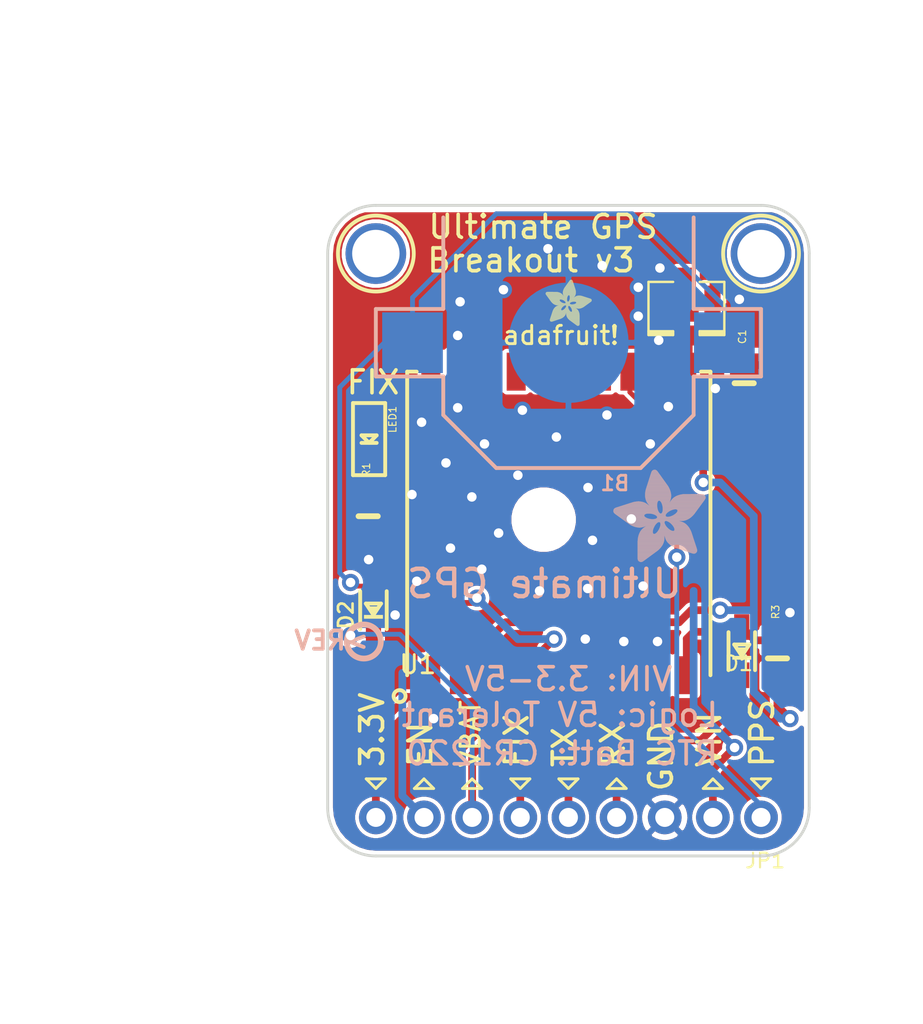
<source format=kicad_pcb>
(kicad_pcb (version 20171130) (host pcbnew "(5.0.0-3-g5ebb6b6)")
  (layers (0 Top signal) (1 In1.Cu power) (2 In2.Cu power) (31 Bottom signal) (34 B.Paste user) (35 F.Paste user) (36 B.SilkS user) (37 F.SilkS user) (38 B.Mask user) (39 F.Mask user) (44 Edge.Cuts user))
  (net 0 "")
  (net 1 GND)
  (net 2 3.3V)
  (net 3 VIN)
  (net 4 "Net-(U1-PadP$20)")
  (net 5 "Net-(U1-PadP$18)")
  (net 6 "Net-(U1-PadP$17)")
  (net 7 "Net-(U1-PadP$16)")
  (net 8 "Net-(U1-PadP$15)")
  (net 9 "Net-(U1-PadP$14)")
  (net 10 /1PPS)
  (net 11 "Net-(U$20-PadP$3)")
  (net 12 /RX_3V)
  (net 13 /TX)
  (net 14 "Net-(U1-PadP$7)")
  (net 15 "Net-(U1-PadP$6)")
  (net 16 /FIX)
  (net 17 /VBACKUP)
  (net 18 "Net-(U1-PadP$2)")
  (net 19 /ENABLE)
  (net 20 "Net-(LED1-PadC)")
  (net 21 /RX)
  (net 22 "Net-(B1-Pad+$1)")
  (module "Adafruit Ultimate GPS:FGPMMOPA6H" (layer Top) (at 147.9931 104.6226 90)
    (fp_text reference U1 (at -8 -8.5) (layer F.SilkS) (effects (font (size 0.9652 0.9652) (thickness 0.14478)) (justify left bottom)))
    (fp_text value FGPMMOPA6H)
    (pad "" np_thru_hole circle (at 0.2 -0.8 90) (size 3 3) (drill 3) (layers *.Cu))
    (pad P$20 smd rect (at 8 -6.75 270) (size 2 1) (layers Top F.Paste F.Mask) (net 4 "Net-(U1-PadP$20)"))
    (pad P$19 smd rect (at 8 -5.25 270) (size 2 1) (layers Top F.Paste F.Mask) (net 1 GND))
    (pad P$18 smd rect (at 8 -3.75 270) (size 2 1) (layers Top F.Paste F.Mask) (net 5 "Net-(U1-PadP$18)"))
    (pad P$17 smd rect (at 8 -2.25 270) (size 2 1) (layers Top F.Paste F.Mask) (net 6 "Net-(U1-PadP$17)"))
    (pad P$16 smd rect (at 8 -0.75 270) (size 2 1) (layers Top F.Paste F.Mask) (net 7 "Net-(U1-PadP$16)"))
    (pad P$15 smd rect (at 8 0.75 270) (size 2 1) (layers Top F.Paste F.Mask) (net 8 "Net-(U1-PadP$15)"))
    (pad P$14 smd rect (at 8 2.25 270) (size 2 1) (layers Top F.Paste F.Mask) (net 9 "Net-(U1-PadP$14)"))
    (pad P$13 smd rect (at 8 3.75 270) (size 2 1) (layers Top F.Paste F.Mask) (net 10 /1PPS))
    (pad P$12 smd rect (at 8 5.25 270) (size 2 1) (layers Top F.Paste F.Mask) (net 1 GND))
    (pad P$11 smd rect (at 8 6.75 270) (size 2 1) (layers Top F.Paste F.Mask) (net 11 "Net-(U$20-PadP$3)"))
    (pad P$10 smd rect (at -8 6.75 90) (size 2 1) (layers Top F.Paste F.Mask) (net 12 /RX_3V))
    (pad P$9 smd rect (at -8 5.25 90) (size 2 1) (layers Top F.Paste F.Mask) (net 13 /TX))
    (pad P$8 smd rect (at -8 3.75 90) (size 2 1) (layers Top F.Paste F.Mask) (net 1 GND))
    (pad P$7 smd rect (at -8 2.25 90) (size 2 1) (layers Top F.Paste F.Mask) (net 14 "Net-(U1-PadP$7)"))
    (pad P$6 smd rect (at -8 0.75 90) (size 2 1) (layers Top F.Paste F.Mask) (net 15 "Net-(U1-PadP$6)"))
    (pad P$5 smd rect (at -8 -0.75 90) (size 2 1) (layers Top F.Paste F.Mask) (net 16 /FIX))
    (pad P$4 smd rect (at -8 -2.25 90) (size 2 1) (layers Top F.Paste F.Mask) (net 17 /VBACKUP))
    (pad P$3 smd rect (at -8 -3.75 90) (size 2 1) (layers Top F.Paste F.Mask) (net 1 GND))
    (pad P$2 smd rect (at -8 -5.25 90) (size 2 1) (layers Top F.Paste F.Mask) (net 18 "Net-(U1-PadP$2)"))
    (pad P$1 smd rect (at -8 -6.75 90) (size 2 1) (layers Top F.Paste F.Mask) (net 2 3.3V))
  )
  (module "Adafruit Ultimate GPS:CHIPLED_0805" (layer Top) (at 137.9841 100.1776 180)
    (fp_text reference LED1 (at -1.016 1.778 90) (layer F.SilkS) (effects (font (size 0.38608 0.38608) (thickness 0.057912)) (justify right top)))
    (fp_text value RED)
    (pad A smd rect (at 0 1.05 180) (size 1.2 1.2) (layers Top F.Paste F.Mask) (net 16 /FIX))
    (pad C smd rect (at 0 -1.05 180) (size 1.2 1.2) (layers Top F.Paste F.Mask) (net 20 "Net-(LED1-PadC)"))
  )
  (module "Adafruit Ultimate GPS:0805-NO" (layer Top) (at 137.9361 104.2416 90)
    (fp_text reference R1 (at 2.032 0.127 90) (layer F.SilkS) (effects (font (size 0.38608 0.38608) (thickness 0.057912)) (justify left bottom)))
    (fp_text value 1K)
    (pad 2 smd rect (at 0.95 0 90) (size 1.24 1.5) (layers Top F.Paste F.Mask) (net 20 "Net-(LED1-PadC)"))
    (pad 1 smd rect (at -0.95 0 90) (size 1.24 1.5) (layers Top F.Paste F.Mask) (net 1 GND))
  )
  (module "Adafruit Ultimate GPS:0805-NO" (layer Top) (at 157.7721 97.2326 90)
    (fp_text reference C1 (at 2.032 0.127 90) (layer F.SilkS) (effects (font (size 0.38608 0.38608) (thickness 0.057912)) (justify left bottom)))
    (fp_text value 0.1uF)
    (pad 2 smd rect (at 0.95 0 90) (size 1.24 1.5) (layers Top F.Paste F.Mask) (net 1 GND))
    (pad 1 smd rect (at -0.95 0 90) (size 1.24 1.5) (layers Top F.Paste F.Mask) (net 2 3.3V))
  )
  (module "Adafruit Ultimate GPS:MOUNTINGHOLE_2.5_PLATED" (layer Top) (at 138.3411 90.3986)
    (fp_text reference U$8 hide)
    (fp_text value MOUNTINGHOLE2.5 hide)
    (pad P$1 thru_hole circle (at 0 0) (size 3.2 3.2) (drill 2.5) (layers *.Cu *.Mask))
  )
  (module "Adafruit Ultimate GPS:MOUNTINGHOLE_2.5_PLATED" (layer Top) (at 158.6611 90.3986)
    (fp_text reference U$9 hide)
    (fp_text value MOUNTINGHOLE2.5 hide)
    (pad P$1 thru_hole circle (at 0 0) (size 3.2 3.2) (drill 2.5) (layers *.Cu *.Mask))
  )
  (module "Adafruit Ultimate GPS:SOD-323" (layer Top) (at 157.6451 111.3536 90)
    (fp_text reference D1 (at -1.1 -1) (layer F.SilkS) (effects (font (size 0.77216 0.77216) (thickness 0.115824)) (justify left bottom)))
    (fp_text value 1N4148)
    (pad A smd rect (at 1.27 0 90) (size 1.35 0.8) (layers Top F.Paste F.Mask) (net 12 /RX_3V))
    (pad C smd rect (at -1.27 0 90) (size 1.35 0.8) (layers Top F.Paste F.Mask) (net 21 /RX))
  )
  (module "Adafruit Ultimate GPS:0805-NO" (layer Top) (at 159.5261 111.7346 90)
    (fp_text reference R3 (at 2.032 0.127 90) (layer F.SilkS) (effects (font (size 0.38608 0.38608) (thickness 0.057912)) (justify left bottom)))
    (fp_text value 10K)
    (pad 2 smd rect (at 0.95 0 90) (size 1.24 1.5) (layers Top F.Paste F.Mask) (net 12 /RX_3V))
    (pad 1 smd rect (at -0.95 0 90) (size 1.24 1.5) (layers Top F.Paste F.Mask) (net 2 3.3V))
  )
  (module "Adafruit Ultimate GPS:CR1220" (layer Bottom) (at 148.5011 95.0976 180)
    (fp_text reference B1 (at -3.302 -7.86 180) (layer B.SilkS) (effects (font (size 0.77216 0.77216) (thickness 0.146304)) (justify left bottom mirror)))
    (fp_text value CR1220)
    (pad +$2 smd rect (at 8.2254 0 180) (size 3.2 3.2) (layers Bottom B.Paste B.Mask) (net 22 "Net-(B1-Pad+$1)"))
    (pad +$1 smd rect (at -8.2254 0 180) (size 3.2 3.2) (layers Bottom B.Paste B.Mask) (net 22 "Net-(B1-Pad+$1)"))
    (pad - smd roundrect (at 0 0 180) (size 6.35 6.35) (layers Bottom B.Mask) (roundrect_rratio 0.5) (net 1 GND))
  )
  (module "Adafruit Ultimate GPS:FIDUCIAL_1MM" (layer Top) (at 159.9311 93.3831)
    (fp_text reference FID1 hide)
    (fp_text value FIDUCIAL"" hide)
    (pad 1 smd roundrect (at 0 0) (size 1 1) (layers Top F.Mask) (roundrect_rratio 0.5))
  )
  (module "Adafruit Ultimate GPS:FIDUCIAL_1MM" (layer Top) (at 137.8561 112.5151)
    (fp_text reference FID2 hide)
    (fp_text value FIDUCIAL"" hide)
    (pad 1 smd roundrect (at 0 0) (size 1 1) (layers Top F.Mask) (roundrect_rratio 0.5))
  )
  (module "Adafruit Ultimate GPS:ADAFRUIT_2.5MM" (layer Top) (at 147.2946 94.2086)
    (fp_text reference U$15 hide)
    (fp_text value "" hide)
  )
  (module "Adafruit Ultimate GPS:U.FL" (layer Top) (at 154.7241 93.1926 270)
    (fp_text reference U$20 hide)
    (fp_text value U.FL hide)
    (pad P$4 smd rect (at -1.525 0 270) (size 1.05 1) (layers Top F.Paste F.Mask))
    (pad P$3 smd rect (at 1.525 0 270) (size 1.05 1) (layers Top F.Paste F.Mask) (net 11 "Net-(U$20-PadP$3)"))
    (pad P$2 smd rect (at 0 1.375 270) (size 2.2 0.85) (layers Top F.Paste F.Mask) (net 1 GND))
    (pad P$1 smd rect (at 0 -1.375 270) (size 2.2 0.85) (layers Top F.Paste F.Mask) (net 1 GND))
  )
  (module "Adafruit Ultimate GPS:1X09_ROUND_70" (layer Top) (at 148.5011 120.1166 180)
    (fp_text reference JP1 (at -11.5062 -1.8288) (layer F.SilkS) (effects (font (size 0.77216 0.77216) (thickness 0.115824)) (justify right top)))
    (fp_text value HEADER-1X970MIL)
    (pad 9 thru_hole circle (at 10.16 0 270) (size 1.778 1.778) (drill 1) (layers *.Cu *.Mask) (net 2 3.3V))
    (pad 8 thru_hole circle (at 7.62 0 270) (size 1.778 1.778) (drill 1) (layers *.Cu *.Mask) (net 19 /ENABLE))
    (pad 7 thru_hole circle (at 5.08 0 270) (size 1.778 1.778) (drill 1) (layers *.Cu *.Mask) (net 17 /VBACKUP))
    (pad 6 thru_hole circle (at 2.54 0 270) (size 1.778 1.778) (drill 1) (layers *.Cu *.Mask) (net 16 /FIX))
    (pad 5 thru_hole circle (at 0 0 270) (size 1.778 1.778) (drill 1) (layers *.Cu *.Mask) (net 13 /TX))
    (pad 4 thru_hole circle (at -2.54 0 270) (size 1.778 1.778) (drill 1) (layers *.Cu *.Mask) (net 21 /RX))
    (pad 3 thru_hole circle (at -5.08 0 270) (size 1.778 1.778) (drill 1) (layers *.Cu *.Mask) (net 1 GND))
    (pad 2 thru_hole circle (at -7.62 0 270) (size 1.778 1.778) (drill 1) (layers *.Cu *.Mask) (net 3 VIN))
    (pad 1 thru_hole circle (at -10.16 0 270) (size 1.778 1.778) (drill 1) (layers *.Cu *.Mask) (net 10 /1PPS))
  )
  (module "Adafruit Ultimate GPS:PCBFEAT-REV-040" (layer Bottom) (at 137.7061 110.8456 180)
    (fp_text reference U$16 hide)
    (fp_text value "" hide)
    (fp_text user >REV (at -0.3556 -0.508 180) (layer B.SilkS) (effects (font (size 0.9652 0.9652) (thickness 0.2032)) (justify left bottom mirror)))
  )
  (module "Adafruit Ultimate GPS:ADAFRUIT_5MM" (layer Bottom) (at 155.7401 106.6546 180)
    (fp_text reference U$18 hide)
    (fp_text value "" hide)
  )
  (module "Adafruit Ultimate GPS:SOD-323" (layer Top) (at 138.2141 109.1946 90)
    (fp_text reference D2 (at -1.1 -1 90) (layer F.SilkS) (effects (font (size 0.77216 0.77216) (thickness 0.138988)) (justify left bottom)))
    (fp_text value CUS520)
    (pad A smd rect (at 1.27 0 90) (size 1.35 0.8) (layers Top F.Paste F.Mask) (net 22 "Net-(B1-Pad+$1)"))
    (pad C smd rect (at -1.27 0 90) (size 1.35 0.8) (layers Top F.Paste F.Mask) (net 17 /VBACKUP))
  )
  (gr_line (start 155.6131 118.5926) (end 156.6291 118.5926) (layer F.SilkS) (width 0.15))
  (gr_line (start 156.6291 118.5926) (end 156.1211 118.0846) (layer F.SilkS) (width 0.15))
  (gr_line (start 156.1211 118.0846) (end 155.6131 118.5926) (layer F.SilkS) (width 0.15))
  (gr_line (start 138.8491 118.0846) (end 137.8331 118.0846) (layer F.SilkS) (width 0.15))
  (gr_line (start 137.8331 118.0846) (end 138.3411 118.5926) (layer F.SilkS) (width 0.15))
  (gr_line (start 138.3411 118.5926) (end 138.8491 118.0846) (layer F.SilkS) (width 0.15))
  (gr_line (start 142.9131 118.5926) (end 143.9291 118.5926) (layer F.SilkS) (width 0.15))
  (gr_line (start 143.9291 118.5926) (end 143.4211 118.0846) (layer F.SilkS) (width 0.15))
  (gr_line (start 143.4211 118.0846) (end 142.9131 118.5926) (layer F.SilkS) (width 0.15))
  (gr_line (start 149.0091 118.0846) (end 147.9931 118.0846) (layer F.SilkS) (width 0.15))
  (gr_line (start 147.9931 118.0846) (end 148.5011 118.5926) (layer F.SilkS) (width 0.15))
  (gr_line (start 148.5011 118.5926) (end 149.0091 118.0846) (layer F.SilkS) (width 0.15))
  (gr_line (start 150.5331 118.5926) (end 151.5491 118.5926) (layer F.SilkS) (width 0.15))
  (gr_line (start 151.5491 118.5926) (end 151.0411 118.0846) (layer F.SilkS) (width 0.15))
  (gr_line (start 151.0411 118.0846) (end 150.5331 118.5926) (layer F.SilkS) (width 0.15))
  (gr_line (start 140.3731 118.5926) (end 141.3891 118.5926) (layer F.SilkS) (width 0.15))
  (gr_line (start 141.3891 118.5926) (end 140.8811 118.0846) (layer F.SilkS) (width 0.15))
  (gr_line (start 140.8811 118.0846) (end 140.3731 118.5926) (layer F.SilkS) (width 0.15))
  (gr_line (start 146.4691 118.0846) (end 145.4531 118.0846) (layer F.SilkS) (width 0.15))
  (gr_line (start 145.4531 118.0846) (end 145.9611 118.5926) (layer F.SilkS) (width 0.15))
  (gr_line (start 145.9611 118.5926) (end 146.4691 118.0846) (layer F.SilkS) (width 0.15))
  (gr_line (start 135.8011 119.6086) (end 135.8011 90.3986) (layer Edge.Cuts) (width 0.15))
  (gr_arc (start 138.3411 90.3986) (end 135.8011 90.3986) (angle 90) (layer Edge.Cuts) (width 0.15))
  (gr_line (start 138.3411 87.8586) (end 158.6611 87.8586) (layer Edge.Cuts) (width 0.15))
  (gr_arc (start 158.6611 90.3986) (end 158.6611 87.8586) (angle 90) (layer Edge.Cuts) (width 0.15))
  (gr_line (start 161.2011 90.3986) (end 161.2011 119.6086) (layer Edge.Cuts) (width 0.15))
  (gr_arc (start 158.6611 119.6086) (end 161.2011 119.6086) (angle 90) (layer Edge.Cuts) (width 0.15))
  (gr_line (start 158.6611 122.1486) (end 138.3411 122.1486) (layer Edge.Cuts) (width 0.15))
  (gr_arc (start 138.3411 119.6086) (end 138.3411 122.1486) (angle 90) (layer Edge.Cuts) (width 0.15))
  (gr_line (start 159.1691 118.0846) (end 158.1531 118.0846) (layer F.SilkS) (width 0.15))
  (gr_line (start 158.1531 118.0846) (end 158.6611 118.5926) (layer F.SilkS) (width 0.15))
  (gr_line (start 158.6611 118.5926) (end 159.1691 118.0846) (layer F.SilkS) (width 0.15))
  (gr_text VIN (at 156.6291 117.5766 90) (layer F.SilkS) (effects (font (size 1.2065 1.2065) (thickness 0.1905)) (justify left bottom)))
  (gr_text 3.3V (at 138.8491 117.5766 90) (layer F.SilkS) (effects (font (size 1.2065 1.2065) (thickness 0.1905)) (justify left bottom)))
  (gr_text GND (at 154.0891 118.8466 90) (layer F.SilkS) (effects (font (size 1.2065 1.2065) (thickness 0.1905)) (justify left bottom)))
  (gr_text VBAT (at 143.9291 117.5766 90) (layer F.SilkS) (effects (font (size 1.01346 1.01346) (thickness 0.16002)) (justify left bottom)))
  (gr_text TX (at 149.0091 117.5766 90) (layer F.SilkS) (effects (font (size 1.2065 1.2065) (thickness 0.1905)) (justify left bottom)))
  (gr_text RX (at 151.5491 117.5766 90) (layer F.SilkS) (effects (font (size 1.2065 1.2065) (thickness 0.1905)) (justify left bottom)))
  (gr_text EN (at 141.3891 117.5766 90) (layer F.SilkS) (effects (font (size 1.2065 1.2065) (thickness 0.1905)) (justify left bottom)))
  (gr_text FIX (at 146.4691 117.5766 90) (layer F.SilkS) (effects (font (size 1.2065 1.2065) (thickness 0.1905)) (justify left bottom)))
  (gr_text "Breakout v3" (at 140.9446 91.4621) (layer F.SilkS) (effects (font (size 1.2065 1.2065) (thickness 0.1905)) (justify left bottom)))
  (gr_text adafruit! (at 144.9451 95.2721) (layer F.SilkS) (effects (font (size 0.9652 0.9652) (thickness 0.1524)) (justify left bottom)))
  (gr_text "VIN: 3.3-5V" (at 154.0891 113.5366) (layer B.SilkS) (effects (font (size 1.2065 1.2065) (thickness 0.1905)) (justify left bottom mirror)))
  (gr_text "Logic: 5V Tolerant" (at 156.5021 115.4176) (layer B.SilkS) (effects (font (size 1.2065 1.2065) (thickness 0.1905)) (justify left bottom mirror)))
  (gr_text "RTC Batt: CR1220" (at 156.5021 117.4496) (layer B.SilkS) (effects (font (size 1.2065 1.2065) (thickness 0.1905)) (justify left bottom mirror)))
  (gr_text FIX (at 136.6901 97.8916) (layer F.SilkS) (effects (font (size 1.2065 1.2065) (thickness 0.1905)) (justify left bottom)))
  (gr_text PPS (at 159.4231 117.5766 90) (layer F.SilkS) (effects (font (size 1.2065 1.2065) (thickness 0.1905)) (justify left bottom)))
  (gr_text "Ultimate GPS" (at 141.0081 89.7001) (layer F.SilkS) (effects (font (size 1.2065 1.2065) (thickness 0.1905)) (justify left bottom)))
  (gr_text "Ultimate GPS" (at 147.2311 107.7976) (layer B.SilkS) (effects (font (size 1.4478 1.4478) (thickness 0.2286)) (justify mirror)))
  (segment (start 154.8 103.4) (end 154.8 103.6) (width 0.25) (layer Top) (net 0))
  (segment (start 154.8 103.6) (end 156 104.8) (width 0.25) (layer Top) (net 0))
  (segment (start 145.9611 120.1166) (end 145.9611 116.0526) (width 0.4064) (layer Top) (net 16))
  (segment (start 145.9611 116.0526) (end 147.2431 114.7706) (width 0.4064) (layer Top) (net 16))
  (segment (start 138.0771 99.0346) (end 137.9841 99.1276) (width 0.4064) (layer Top) (net 16))
  (via (at 147.7391 110.7186) (size 0.9064) (drill 0.5) (layers Top Bottom) (net 16))
  (via (at 143.6751 108.5596) (size 0.9064) (drill 0.5) (layers Top Bottom) (net 16))
  (segment (start 147.2431 114.7706) (end 147.2431 112.6226) (width 0.4064) (layer Top) (net 16))
  (segment (start 147.2431 112.6226) (end 147.2431 111.2146) (width 0.4064) (layer Top) (net 16))
  (segment (start 143.6751 108.5596) (end 145.8341 110.7186) (width 0.4064) (layer Bottom) (net 16))
  (segment (start 145.8341 110.7186) (end 147.7391 110.7186) (width 0.4064) (layer Bottom) (net 16))
  (segment (start 147.2431 111.2146) (end 147.7391 110.7186) (width 0.4064) (layer Top) (net 16))
  (segment (start 138.0771 99.0346) (end 138.8491 99.0346) (width 0.3048) (layer Top) (net 16))
  (segment (start 138.8491 99.0346) (end 139.2301 99.4156) (width 0.3048) (layer Top) (net 16))
  (segment (start 139.2301 99.4156) (end 139.2301 108.0516) (width 0.3048) (layer Top) (net 16))
  (segment (start 139.2301 108.0516) (end 139.9921 108.8136) (width 0.3048) (layer Top) (net 16))
  (segment (start 139.9921 108.8136) (end 143.4211 108.8136) (width 0.3048) (layer Top) (net 16))
  (segment (start 143.4211 108.8136) (end 143.6751 108.5596) (width 0.3048) (layer Top) (net 16))
  (segment (start 137.9841 103.2436) (end 137.9841 101.2276) (width 0.4064) (layer Top) (net 20))
  (segment (start 137.9361 103.2916) (end 137.9841 103.2436) (width 0.4064) (layer Top) (net 20))
  (segment (start 159.8041 94.9706) (end 159.8041 94.8436) (width 0.4064) (layer Bottom) (net 1))
  (segment (start 157.7721 96.2826) (end 159.7561 96.2826) (width 0.4064) (layer Top) (net 1))
  (segment (start 159.7561 96.2826) (end 159.8041 96.3306) (width 0.4064) (layer Top) (net 1))
  (segment (start 160.1851 109.3216) (end 159.7381 108.8746) (width 0.4064) (layer Top) (net 1))
  (segment (start 160.1851 109.3216) (end 160.3121 109.3216) (width 0.4064) (layer Bottom) (net 1))
  (segment (start 151.7431 112.6226) (end 151.7431 111.1666) (width 0.4064) (layer Top) (net 1))
  (segment (start 151.7431 111.1666) (end 151.4221 110.8456) (width 0.4064) (layer Top) (net 1))
  (segment (start 151.4221 110.8456) (end 151.1681 110.5916) (width 0.4064) (layer Bottom) (net 1))
  (segment (start 144.2431 113.9606) (end 144.2431 112.6226) (width 0.4064) (layer Top) (net 1))
  (segment (start 143.2941 114.9096) (end 144.2431 113.9606) (width 0.4064) (layer Top) (net 1))
  (segment (start 141.3891 114.9096) (end 143.2941 114.9096) (width 0.4064) (layer Top) (net 1))
  (segment (start 141.3891 114.9096) (end 141.3891 115.1636) (width 0.4064) (layer Bottom) (net 1))
  (via (at 160.1851 109.3216) (size 0.9064) (drill 0.5) (layers Top Bottom) (net 1))
  (via (at 151.4221 110.8456) (size 0.9064) (drill 0.5) (layers Top Bottom) (net 1))
  (via (at 141.3891 114.9096) (size 0.9064) (drill 0.5) (layers Top Bottom) (net 1))
  (via (at 142.6591 98.5266) (size 0.9064) (drill 0.5) (layers Top Bottom) (net 1))
  (via (at 137.9601 106.5276) (size 0.9064) (drill 0.5) (layers Top Bottom) (net 1))
  (segment (start 153.2431 96.6226) (end 153.2431 93.2766) (width 0.6096) (layer Top) (net 1))
  (segment (start 153.2431 93.2766) (end 153.3271 93.1926) (width 0.6096) (layer Top) (net 1))
  (segment (start 153.3271 93.1926) (end 153.3271 93.5956) (width 0.6096) (layer Top) (net 1))
  (segment (start 153.3271 93.5956) (end 153.3271 93.6786) (width 0.4064) (layer Top) (net 1))
  (segment (start 153.3491 93.1926) (end 153.3271 93.1926) (width 0.4064) (layer Top) (net 1))
  (segment (start 156.0991 93.1926) (end 156.0991 96.2826) (width 0.8128) (layer Top) (net 1))
  (segment (start 156.0991 96.2826) (end 156.1211 96.2826) (width 0.8128) (layer Top) (net 1))
  (segment (start 156.1211 96.2826) (end 157.7721 96.2826) (width 0.8128) (layer Top) (net 1))
  (segment (start 156.1211 98.6536) (end 156.1211 96.2826) (width 0.8128) (layer Top) (net 1))
  (via (at 140.7541 99.2886) (size 0.9064) (drill 0.5) (layers Top Bottom) (net 1))
  (via (at 142.0401 101.4316) (size 0.9064) (drill 0.5) (layers Top Bottom) (net 1))
  (via (at 145.8341 102.0826) (size 0.9064) (drill 0.5) (layers Top Bottom) (net 1))
  (via (at 144.8181 105.1306) (size 0.9064) (drill 0.5) (layers Top Bottom) (net 1))
  (via (at 151.8191 104.3846) (size 0.9064) (drill 0.5) (layers Top Bottom) (net 1))
  (via (at 149.5331 102.7336) (size 0.9064) (drill 0.5) (layers Top Bottom) (net 1))
  (via (at 149.7711 105.5116) (size 0.9064) (drill 0.5) (layers Top Bottom) (net 1))
  (via (at 146.0721 98.6536) (size 0.9064) (drill 0.5) (layers Top Bottom) (net 1))
  (via (at 150.5331 98.9076) (size 0.9064) (drill 0.5) (layers Top Bottom) (net 1))
  (via (at 152.8191 100.4316) (size 0.9064) (drill 0.5) (layers Top Bottom) (net 1))
  (via (at 147.8661 100.0666) (size 0.9064) (drill 0.5) (layers Top Bottom) (net 1))
  (via (at 144.0721 100.4316) (size 0.9064) (drill 0.5) (layers Top Bottom) (net 1))
  (via (at 143.4051 103.2256) (size 0.9064) (drill 0.5) (layers Top Bottom) (net 1))
  (via (at 140.5001 107.6706) (size 0.9064) (drill 0.5) (layers Top Bottom) (net 1))
  (via (at 142.2781 105.9246) (size 0.9064) (drill 0.5) (layers Top Bottom) (net 1))
  (via (at 143.9291 107.0356) (size 0.9064) (drill 0.5) (layers Top Bottom) (net 1))
  (via (at 149.3901 110.7186) (size 0.9064) (drill 0.5) (layers Top Bottom) (net 1))
  (via (at 153.2001 110.8456) (size 0.9064) (drill 0.5) (layers Top Bottom) (net 1))
  (via (at 153.7716 98.4631) (size 0.9064) (drill 0.5) (layers Top Bottom) (net 1))
  (via (at 152.1841 93.7006) (size 0.9064) (drill 0.5) (layers Top Bottom) (net 1))
  (via (at 153.2636 94.9706) (size 0.9064) (drill 0.5) (layers Top Bottom) (net 1))
  (via (at 153.3271 91.1606) (size 0.9064) (drill 0.5) (layers Top Bottom) (net 1))
  (via (at 142.6591 94.7166) (size 0.9064) (drill 0.5) (layers Top Bottom) (net 1))
  (via (at 145.0721 92.3036) (size 0.9064) (drill 0.5) (layers Top Bottom) (net 1))
  (via (at 142.7861 92.9386) (size 0.9064) (drill 0.5) (layers Top Bottom) (net 1))
  (via (at 150.2791 91.0336) (size 0.9064) (drill 0.5) (layers Top Bottom) (net 1))
  (via (at 147.4216 90.1446) (size 0.9064) (drill 0.5) (layers Top Bottom) (net 1))
  (via (at 152.1841 92.1766) (size 0.9064) (drill 0.5) (layers Top Bottom) (net 1))
  (via (at 157.5181 92.8116) (size 0.9064) (drill 0.5) (layers Top Bottom) (net 1))
  (via (at 156.2481 97.5106) (size 0.9064) (drill 0.5) (layers Top Bottom) (net 1))
  (via (at 152.4381 107.9246) (size 0.9064) (drill 0.5) (layers Top Bottom) (net 1))
  (via (at 146.9771 108.1786) (size 0.9064) (drill 0.5) (layers Top Bottom) (net 1))
  (via (at 149.5171 108.0516) (size 0.9064) (drill 0.5) (layers Top Bottom) (net 1))
  (via (at 140.2461 103.0986) (size 0.9064) (drill 0.5) (layers Top Bottom) (net 1))
  (via (at 139.3571 109.4486) (size 0.9064) (drill 0.5) (layers Top Bottom) (net 1))
  (segment (start 157.7721 98.1826) (end 159.7561 98.1826) (width 0.4064) (layer Top) (net 2))
  (segment (start 159.7561 98.1826) (end 159.8041 98.2306) (width 0.4064) (layer Top) (net 2))
  (segment (start 159.8041 98.2306) (end 159.8041 100.3946) (width 0.4064) (layer Top) (net 2))
  (segment (start 141.0081 113.7666) (end 139.9921 113.7666) (width 0.4064) (layer Top) (net 2))
  (segment (start 139.9921 113.7666) (end 138.3411 115.4176) (width 0.4064) (layer Top) (net 2))
  (segment (start 138.3411 115.4176) (end 138.3411 120.1166) (width 0.4064) (layer Top) (net 2))
  (segment (start 159.5261 112.6846) (end 159.5261 114.2506) (width 0.4064) (layer Top) (net 2))
  (segment (start 159.5261 114.2506) (end 160.1851 114.9096) (width 0.4064) (layer Top) (net 2))
  (via (at 160.1851 114.9096) (size 0.9064) (drill 0.5) (layers Top Bottom) (net 2))
  (segment (start 160.1851 114.9096) (end 159.6771 114.9096) (width 0.4064) (layer Bottom) (net 2))
  (segment (start 159.6771 114.9096) (end 158.2801 113.5126) (width 0.4064) (layer Bottom) (net 2))
  (segment (start 158.2801 113.5126) (end 158.2801 109.1946) (width 0.4064) (layer Bottom) (net 2))
  (segment (start 158.2801 109.1946) (end 158.2801 104.2416) (width 0.4064) (layer Bottom) (net 2))
  (segment (start 158.2801 104.2416) (end 156.5021 102.4636) (width 0.4064) (layer Bottom) (net 2))
  (segment (start 156.5021 102.4636) (end 155.6131 102.4636) (width 0.4064) (layer Bottom) (net 2))
  (via (at 155.6131 102.4636) (size 0.9064) (drill 0.5) (layers Top Bottom) (net 2))
  (segment (start 154.9781 109.1946) (end 156.5021 109.1946) (width 0.4064) (layer Top) (net 2))
  (via (at 156.5021 109.1946) (size 0.9064) (drill 0.5) (layers Top Bottom) (net 2))
  (segment (start 156.5021 109.1946) (end 158.2801 109.1946) (width 0.4064) (layer Bottom) (net 2))
  (segment (start 155.6131 102.4636) (end 155.6131 100.8126) (width 0.4064) (layer Top) (net 2))
  (segment (start 155.6131 100.8126) (end 156.3751 100.0506) (width 0.4064) (layer Top) (net 2))
  (segment (start 156.3751 100.0506) (end 156.3751 99.5796) (width 0.4064) (layer Top) (net 2))
  (segment (start 156.3751 99.5796) (end 157.7721 98.1826) (width 0.4064) (layer Top) (net 2))
  (segment (start 141.0081 113.7666) (end 141.2431 113.5316) (width 0.4064) (layer Top) (net 2))
  (segment (start 141.2431 113.5316) (end 141.2431 112.6226) (width 0.4064) (layer Top) (net 2))
  (segment (start 154.9781 109.1946) (end 154.3431 109.8296) (width 0.4064) (layer Top) (net 2))
  (segment (start 154.3431 109.8296) (end 145.1991 109.8296) (width 0.4064) (layer Top) (net 2))
  (segment (start 145.1991 109.8296) (end 144.4371 110.5916) (width 0.4064) (layer Top) (net 2))
  (segment (start 144.4371 110.5916) (end 141.7701 110.5916) (width 0.4064) (layer Top) (net 2))
  (segment (start 141.7701 110.5916) (end 141.3891 110.9726) (width 0.4064) (layer Top) (net 2))
  (segment (start 141.3891 110.9726) (end 141.3891 112.4766) (width 0.4064) (layer Top) (net 2))
  (segment (start 141.3891 112.4766) (end 141.2431 112.6226) (width 0.4064) (layer Top) (net 2))
  (segment (start 139.7381 118.9736) (end 139.7381 112.4966) (width 0.4064) (layer Bottom) (net 19))
  (segment (start 140.8811 120.1166) (end 139.7381 118.9736) (width 0.4064) (layer Bottom) (net 19))
  (segment (start 155.1051 114.2746) (end 155.1051 108.1786) (width 0.4064) (layer Bottom) (net 3))
  (segment (start 157.2641 116.4336) (end 155.1051 114.2746) (width 0.4064) (layer Bottom) (net 3))
  (segment (start 156.1211 120.1166) (end 156.1211 117.5766) (width 0.4064) (layer Top) (net 3))
  (segment (start 156.1211 117.5766) (end 157.2641 116.4336) (width 0.4064) (layer Top) (net 3))
  (via (at 157.2641 116.4336) (size 0.9064) (drill 0.5) (layers Top Bottom) (net 3))
  (segment (start 143.4211 120.1166) (end 143.4211 116.8146) (width 0.4064) (layer Top) (net 17))
  (segment (start 143.4211 116.8146) (end 145.7431 114.4926) (width 0.4064) (layer Top) (net 17))
  (segment (start 145.7431 114.4926) (end 145.7431 112.6226) (width 0.4064) (layer Top) (net 17))
  (via (at 137.0076 110.5281) (size 0.9064) (drill 0.5) (layers Top Bottom) (net 17))
  (segment (start 139.6111 110.4646) (end 143.4211 114.2746) (width 0.254) (layer Bottom) (net 17))
  (segment (start 143.4211 114.2746) (end 143.4211 120.1166) (width 0.254) (layer Bottom) (net 17))
  (segment (start 138.2141 110.4646) (end 138.1506 110.5281) (width 0.254) (layer Top) (net 17))
  (segment (start 138.1506 110.5281) (end 137.0076 110.5281) (width 0.254) (layer Top) (net 17))
  (segment (start 139.6111 110.4646) (end 137.0711 110.4646) (width 0.254) (layer Bottom) (net 17))
  (segment (start 137.0711 110.4646) (end 137.0076 110.5281) (width 0.254) (layer Bottom) (net 17))
  (segment (start 148.5011 120.1166) (end 148.5011 117.3226) (width 0.4064) (layer Top) (net 13))
  (segment (start 148.5011 117.3226) (end 150.9141 114.9096) (width 0.4064) (layer Top) (net 13))
  (segment (start 150.9141 114.9096) (end 152.6921 114.9096) (width 0.4064) (layer Top) (net 13))
  (segment (start 152.6921 114.9096) (end 153.2431 114.3586) (width 0.4064) (layer Top) (net 13))
  (segment (start 153.2431 114.3586) (end 153.2431 112.6226) (width 0.4064) (layer Top) (net 13))
  (segment (start 154.7431 112.6226) (end 154.7431 110.6996) (width 0.4064) (layer Top) (net 12))
  (segment (start 154.7431 110.6996) (end 155.1051 110.3376) (width 0.4064) (layer Top) (net 12))
  (segment (start 155.1051 110.3376) (end 157.3911 110.3376) (width 0.4064) (layer Top) (net 12))
  (segment (start 157.3911 110.3376) (end 157.6451 110.0836) (width 0.4064) (layer Top) (net 12))
  (segment (start 157.6451 110.0836) (end 158.3461 110.7846) (width 0.4064) (layer Top) (net 12))
  (segment (start 158.3461 110.7846) (end 159.5261 110.7846) (width 0.4064) (layer Top) (net 12))
  (segment (start 151.0411 120.1166) (end 151.0411 117.1956) (width 0.4064) (layer Top) (net 21))
  (segment (start 151.0411 117.1956) (end 152.1841 116.0526) (width 0.4064) (layer Top) (net 21))
  (segment (start 152.1841 116.0526) (end 155.4861 116.0526) (width 0.4064) (layer Top) (net 21))
  (segment (start 155.4861 116.0526) (end 157.6451 113.8936) (width 0.4064) (layer Top) (net 21))
  (segment (start 157.6451 113.8936) (end 157.6451 112.6236) (width 0.4064) (layer Top) (net 21))
  (segment (start 154.7431 96.6226) (end 154.7431 94.9906) (width 0.6096) (layer Top) (net 11))
  (segment (start 154.7241 94.7176) (end 154.7241 95.3526) (width 0.4064) (layer Top) (net 11))
  (segment (start 154.7431 94.9906) (end 154.7241 94.9716) (width 0.4064) (layer Top) (net 11))
  (segment (start 154.7241 94.9716) (end 154.7241 94.7176) (width 0.4064) (layer Top) (net 11))
  (via (at 154.2161 106.4006) (size 0.9064) (drill 0.5) (layers Top Bottom) (net 10))
  (segment (start 151.7431 96.6226) (end 151.7431 97.7046) (width 0.254) (layer Top) (net 10))
  (segment (start 151.7431 97.7046) (end 154.2161 100.1776) (width 0.254) (layer Top) (net 10))
  (segment (start 154.2161 100.1776) (end 154.2161 106.4006) (width 0.254) (layer Top) (net 10))
  (segment (start 154.2161 106.4006) (end 154.2161 115.0366) (width 0.254) (layer Bottom) (net 10))
  (segment (start 154.2161 115.0366) (end 158.6611 119.4816) (width 0.254) (layer Bottom) (net 10))
  (segment (start 158.6611 119.4816) (end 158.6611 120.1166) (width 0.254) (layer Bottom) (net 10))
  (segment (start 140.2757 95.0976) (end 138.7856 95.0976) (width 0.254) (layer Bottom) (net 22))
  (segment (start 138.7856 95.0976) (end 136.4361 97.4471) (width 0.254) (layer Bottom) (net 22))
  (segment (start 136.4361 97.4471) (end 136.4361 107.2261) (width 0.254) (layer Bottom) (net 22))
  (via (at 137.0076 107.7341) (size 0.9064) (drill 0.5) (layers Top Bottom) (net 22))
  (segment (start 137.1346 107.9246) (end 138.2141 107.9246) (width 0.254) (layer Top) (net 22))
  (segment (start 140.2757 95.0976) (end 140.2757 92.7185) (width 0.254) (layer Bottom) (net 22))
  (segment (start 140.2757 92.7185) (end 144.6911 88.3031) (width 0.254) (layer Bottom) (net 22))
  (segment (start 144.6911 88.3031) (end 151.8666 88.3031) (width 0.254) (layer Bottom) (net 22))
  (segment (start 151.8666 88.3031) (end 156.7265 93.163) (width 0.254) (layer Bottom) (net 22))
  (segment (start 156.7265 93.163) (end 156.7265 95.0976) (width 0.254) (layer Bottom) (net 22))
  (segment (start 136.4361 107.2261) (end 136.9441 107.7341) (width 0.254) (layer Bottom) (net 22))
  (segment (start 136.9441 107.7341) (end 137.0076 107.7341) (width 0.254) (layer Bottom) (net 22))
  (segment (start 137.1346 107.9246) (end 137.0076 107.7976) (width 0.254) (layer Top) (net 22))
  (segment (start 137.0076 107.7976) (end 137.0076 107.7341) (width 0.254) (layer Top) (net 22))
  (zone (net 1) (net_name GND) (layer Top) (priority 6) (connect_pads (clearance 0.2032)) (min_thickness 0.254) (fill yes (arc_segments 32) (thermal_gap 0.304) (thermal_bridge_width 0.304))
    (polygon (pts (xy 135.8011 122.1486) (xy 135.8011 88.2236) (xy 161.2011 88.2236) (xy 161.2011 122.1486)))
  )
  (zone (net 1) (net_name GND) (layer Bottom) (priority 6) (connect_pads (clearance 0.2032)) (min_thickness 0.254) (fill yes (arc_segments 32) (thermal_gap 0.304) (thermal_bridge_width 0.304))
    (polygon (pts (xy 135.8011 122.1486) (xy 135.8011 88.2236) (xy 161.2011 88.2236) (xy 161.2011 122.1486)))
  )
)
</source>
